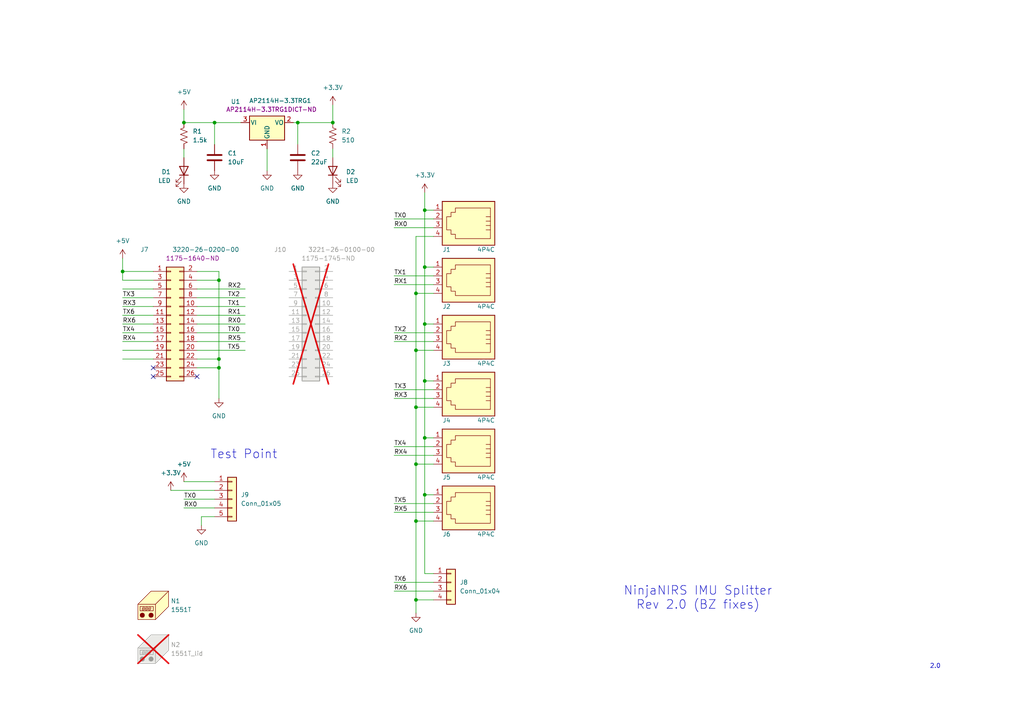
<source format=kicad_sch>
(kicad_sch (version 20231120) (generator "eeschema") (generator_version "8.0")
  (paper "A4")
  (lib_symbols
    (symbol "Connector:4P4C" (pin_names (offset 1.016))
      (property "Reference" "J" (at -5.08 8.89 0))
      (property "Value" "4P4C" (at 2.54 8.89 0))
      (symbol "4P4C_0_1"
        (polyline (pts (xy -6.35 -0.635) (xy -5.08 -0.635) (xy -5.08 -0.635)))
        (polyline (pts (xy -6.35 0.635) (xy -5.08 0.635) (xy -5.08 0.635)))
        (polyline (pts (xy -6.35 1.905) (xy -5.08 1.905) (xy -5.08 1.905)))
        (polyline (pts (xy -6.35 3.175) (xy -5.08 3.175) (xy -5.08 3.175)))
        (polyline (pts (xy -6.35 -3.175) (xy -6.35 5.715) (xy -1.27 5.715) (xy 3.81 5.715) (xy 3.81 4.445) (xy 5.08 4.445) (xy 5.08 3.175) (xy 6.35 3.175) (xy 6.35 -0.635) (xy 5.08 -0.635) (xy 5.08 -1.905) (xy 3.81 -1.905) (xy 3.81 -3.175) (xy -6.35 -3.175) (xy -6.35 -3.175)))
        (rectangle (start 7.62 7.62) (end -7.62 -5.08) (stroke (width 0.254)) (fill (type background)))
      )
      (symbol "4P4C_1_1"
        (pin passive line (at 10.16 -2.54 180) (length 2.54) (name "~") (number "1"))
        (pin passive line (at 10.16 0 180) (length 2.54) (name "~") (number "2"))
        (pin passive line (at 10.16 2.54 180) (length 2.54) (name "~") (number "3"))
        (pin passive line (at 10.16 5.08 180) (length 2.54) (name "~") (number "4"))
      )
    )
    (symbol "Connector_Generic:Conn_01x04" (pin_names (offset 1.016) hide)
      (property "Reference" "J" (at 0 5.08 0))
      (property "Value" "Conn_01x04" (at 0 -7.62 0))
      (symbol "Conn_01x04_1_1"
        (rectangle (start -1.27 -4.953) (end 0 -5.207) (stroke (width 0.1524)))
        (rectangle (start -1.27 -2.413) (end 0 -2.667) (stroke (width 0.1524)))
        (rectangle (start -1.27 0.127) (end 0 -0.127) (stroke (width 0.1524)))
        (rectangle (start -1.27 2.667) (end 0 2.413) (stroke (width 0.1524)))
        (rectangle (start -1.27 3.81) (end 1.27 -6.35) (stroke (width 0.254)) (fill (type background)))
        (pin passive line (at -5.08 2.54 0) (length 3.81) (name "Pin_1") (number "1"))
        (pin passive line (at -5.08 0 0) (length 3.81) (name "Pin_2") (number "2"))
        (pin passive line (at -5.08 -2.54 0) (length 3.81) (name "Pin_3") (number "3"))
        (pin passive line (at -5.08 -5.08 0) (length 3.81) (name "Pin_4") (number "4"))
      )
    )
    (symbol "Connector_Generic:Conn_01x05" (pin_names (offset 1.016) hide)
      (property "Reference" "J" (at 0 7.62 0))
      (property "Value" "Conn_01x05" (at 0 -7.62 0))
      (symbol "Conn_01x05_1_1"
        (rectangle (start -1.27 -4.953) (end 0 -5.207) (stroke (width 0.1524)))
        (rectangle (start -1.27 -2.413) (end 0 -2.667) (stroke (width 0.1524)))
        (rectangle (start -1.27 0.127) (end 0 -0.127) (stroke (width 0.1524)))
        (rectangle (start -1.27 2.667) (end 0 2.413) (stroke (width 0.1524)))
        (rectangle (start -1.27 5.207) (end 0 4.953) (stroke (width 0.1524)))
        (rectangle (start -1.27 6.35) (end 1.27 -6.35) (stroke (width 0.254)) (fill (type background)))
        (pin passive line (at -5.08 5.08 0) (length 3.81) (name "Pin_1") (number "1"))
        (pin passive line (at -5.08 2.54 0) (length 3.81) (name "Pin_2") (number "2"))
        (pin passive line (at -5.08 0 0) (length 3.81) (name "Pin_3") (number "3"))
        (pin passive line (at -5.08 -2.54 0) (length 3.81) (name "Pin_4") (number "4"))
        (pin passive line (at -5.08 -5.08 0) (length 3.81) (name "Pin_5") (number "5"))
      )
    )
    (symbol "Connector_Generic:Conn_02x13_Odd_Even" (pin_names (offset 1.016) hide)
      (property "Reference" "J" (at 1.27 17.78 0))
      (property "Value" "Conn_02x13_Odd_Even" (at 1.27 -17.78 0))
      (symbol "Conn_02x13_Odd_Even_1_1"
        (rectangle (start -1.27 -15.113) (end 0 -15.367) (stroke (width 0.1524)))
        (rectangle (start -1.27 -12.573) (end 0 -12.827) (stroke (width 0.1524)))
        (rectangle (start -1.27 -10.033) (end 0 -10.287) (stroke (width 0.1524)))
        (rectangle (start -1.27 -7.493) (end 0 -7.747) (stroke (width 0.1524)))
        (rectangle (start -1.27 -4.953) (end 0 -5.207) (stroke (width 0.1524)))
        (rectangle (start -1.27 -2.413) (end 0 -2.667) (stroke (width 0.1524)))
        (rectangle (start -1.27 0.127) (end 0 -0.127) (stroke (width 0.1524)))
        (rectangle (start -1.27 2.667) (end 0 2.413) (stroke (width 0.1524)))
        (rectangle (start -1.27 5.207) (end 0 4.953) (stroke (width 0.1524)))
        (rectangle (start -1.27 7.747) (end 0 7.493) (stroke (width 0.1524)))
        (rectangle (start -1.27 10.287) (end 0 10.033) (stroke (width 0.1524)))
        (rectangle (start -1.27 12.827) (end 0 12.573) (stroke (width 0.1524)))
        (rectangle (start -1.27 15.367) (end 0 15.113) (stroke (width 0.1524)))
        (rectangle (start -1.27 16.51) (end 3.81 -16.51) (stroke (width 0.254)) (fill (type background)))
        (rectangle (start 3.81 -15.113) (end 2.54 -15.367) (stroke (width 0.1524)))
        (rectangle (start 3.81 -12.573) (end 2.54 -12.827) (stroke (width 0.1524)))
        (rectangle (start 3.81 -10.033) (end 2.54 -10.287) (stroke (width 0.1524)))
        (rectangle (start 3.81 -7.493) (end 2.54 -7.747) (stroke (width 0.1524)))
        (rectangle (start 3.81 -4.953) (end 2.54 -5.207) (stroke (width 0.1524)))
        (rectangle (start 3.81 -2.413) (end 2.54 -2.667) (stroke (width 0.1524)))
        (rectangle (start 3.81 0.127) (end 2.54 -0.127) (stroke (width 0.1524)))
        (rectangle (start 3.81 2.667) (end 2.54 2.413) (stroke (width 0.1524)))
        (rectangle (start 3.81 5.207) (end 2.54 4.953) (stroke (width 0.1524)))
        (rectangle (start 3.81 7.747) (end 2.54 7.493) (stroke (width 0.1524)))
        (rectangle (start 3.81 10.287) (end 2.54 10.033) (stroke (width 0.1524)))
        (rectangle (start 3.81 12.827) (end 2.54 12.573) (stroke (width 0.1524)))
        (rectangle (start 3.81 15.367) (end 2.54 15.113) (stroke (width 0.1524)))
        (pin passive line (at -5.08 15.24 0) (length 3.81) (name "Pin_1") (number "1"))
        (pin passive line (at 7.62 5.08 180) (length 3.81) (name "Pin_10") (number "10"))
        (pin passive line (at -5.08 2.54 0) (length 3.81) (name "Pin_11") (number "11"))
        (pin passive line (at 7.62 2.54 180) (length 3.81) (name "Pin_12") (number "12"))
        (pin passive line (at -5.08 0 0) (length 3.81) (name "Pin_13") (number "13"))
        (pin passive line (at 7.62 0 180) (length 3.81) (name "Pin_14") (number "14"))
        (pin passive line (at -5.08 -2.54 0) (length 3.81) (name "Pin_15") (number "15"))
        (pin passive line (at 7.62 -2.54 180) (length 3.81) (name "Pin_16") (number "16"))
        (pin passive line (at -5.08 -5.08 0) (length 3.81) (name "Pin_17") (number "17"))
        (pin passive line (at 7.62 -5.08 180) (length 3.81) (name "Pin_18") (number "18"))
        (pin passive line (at -5.08 -7.62 0) (length 3.81) (name "Pin_19") (number "19"))
        (pin passive line (at 7.62 15.24 180) (length 3.81) (name "Pin_2") (number "2"))
        (pin passive line (at 7.62 -7.62 180) (length 3.81) (name "Pin_20") (number "20"))
        (pin passive line (at -5.08 -10.16 0) (length 3.81) (name "Pin_21") (number "21"))
        (pin passive line (at 7.62 -10.16 180) (length 3.81) (name "Pin_22") (number "22"))
        (pin passive line (at -5.08 -12.7 0) (length 3.81) (name "Pin_23") (number "23"))
        (pin passive line (at 7.62 -12.7 180) (length 3.81) (name "Pin_24") (number "24"))
        (pin passive line (at -5.08 -15.24 0) (length 3.81) (name "Pin_25") (number "25"))
        (pin passive line (at 7.62 -15.24 180) (length 3.81) (name "Pin_26") (number "26"))
        (pin passive line (at -5.08 12.7 0) (length 3.81) (name "Pin_3") (number "3"))
        (pin passive line (at 7.62 12.7 180) (length 3.81) (name "Pin_4") (number "4"))
        (pin passive line (at -5.08 10.16 0) (length 3.81) (name "Pin_5") (number "5"))
        (pin passive line (at 7.62 10.16 180) (length 3.81) (name "Pin_6") (number "6"))
        (pin passive line (at -5.08 7.62 0) (length 3.81) (name "Pin_7") (number "7"))
        (pin passive line (at 7.62 7.62 180) (length 3.81) (name "Pin_8") (number "8"))
        (pin passive line (at -5.08 5.08 0) (length 3.81) (name "Pin_9") (number "9"))
      )
    )
    (symbol "Device:C" (pin_numbers hide) (pin_names (offset 0.254))
      (property "Reference" "C" (at 0.635 2.54 0))
      (property "Value" "C" (at 0.635 -2.54 0))
      (symbol "C_0_1"
        (polyline (pts (xy -2.032 -0.762) (xy 2.032 -0.762)) (stroke (width 0.508)))
        (polyline (pts (xy -2.032 0.762) (xy 2.032 0.762)) (stroke (width 0.508)))
      )
      (symbol "C_1_1"
        (pin passive line (at 0 3.81 270) (length 2.794) (name "~") (number "1"))
        (pin passive line (at 0 -3.81 90) (length 2.794) (name "~") (number "2"))
      )
    )
    (symbol "Device:LED" (pin_numbers hide) (pin_names (offset 1.016) hide)
      (property "Reference" "D" (at 0 2.54 0))
      (property "Value" "LED" (at 0 -2.54 0))
      (symbol "LED_0_1"
        (polyline (pts (xy -1.27 -1.27) (xy -1.27 1.27)) (stroke (width 0.254)))
        (polyline (pts (xy -1.27 0) (xy 1.27 0)))
        (polyline (pts (xy 1.27 -1.27) (xy 1.27 1.27) (xy -1.27 0) (xy 1.27 -1.27)) (stroke (width 0.254)))
        (polyline (pts (xy -3.048 -0.762) (xy -4.572 -2.286) (xy -3.81 -2.286) (xy -4.572 -2.286) (xy -4.572 -1.524)))
        (polyline (pts (xy -1.778 -0.762) (xy -3.302 -2.286) (xy -2.54 -2.286) (xy -3.302 -2.286) (xy -3.302 -1.524)))
      )
      (symbol "LED_1_1"
        (pin passive line (at -3.81 0 0) (length 2.54) (name "K") (number "1"))
        (pin passive line (at 3.81 0 180) (length 2.54) (name "A") (number "2"))
      )
    )
    (symbol "Device:R_US" (pin_numbers hide) (pin_names (offset 0))
      (property "Reference" "R" (at 2.54 0 90))
      (property "Value" "R_US" (at -2.54 0 90))
      (symbol "R_US_0_1"
        (polyline (pts (xy 0 -2.286) (xy 0 -2.54)))
        (polyline (pts (xy 0 2.286) (xy 0 2.54)))
        (polyline (pts (xy 0 -0.762) (xy 1.016 -1.143) (xy 0 -1.524) (xy -1.016 -1.905) (xy 0 -2.286)))
        (polyline (pts (xy 0 0.762) (xy 1.016 0.381) (xy 0 0) (xy -1.016 -0.381) (xy 0 -0.762)))
        (polyline (pts (xy 0 2.286) (xy 1.016 1.905) (xy 0 1.524) (xy -1.016 1.143) (xy 0 0.762)))
      )
      (symbol "R_US_1_1"
        (pin passive line (at 0 3.81 270) (length 1.27) (name "~") (number "1"))
        (pin passive line (at 0 -3.81 90) (length 1.27) (name "~") (number "2"))
      )
    )
    (symbol "Mechanical:Housing" (pin_names (offset 1.016)) (exclude_from_sim yes)
      (property "Reference" "N" (at 3.81 0 0))
      (property "Value" "Housing" (at 3.81 -1.905 0))
      (symbol "Housing_0_1"
        (rectangle (start -5.08 -0.635) (end -1.27 -1.905))
        (circle (center -4.445 -3.175) (radius 0.635) (fill (type outline)))
        (circle (center -1.905 -3.175) (radius 0.635) (fill (type outline)))
        (polyline (pts (xy -4.5212 -1.5748) (xy -4.4704 -1.3716)))
        (polyline (pts (xy -4.4196 -1.6764) (xy -4.064 -1.6764)))
        (polyline (pts (xy -4.4196 -1.2192) (xy -4.3688 -0.9652)))
        (polyline (pts (xy -4.318 -1.3208) (xy -4.0132 -1.3208)))
        (polyline (pts (xy -4.2164 -0.9144) (xy -3.9116 -0.9144)))
        (polyline (pts (xy -3.9116 -1.6256) (xy -3.8608 -1.3716)))
        (polyline (pts (xy -3.81 -1.2192) (xy -3.7592 -0.9652)))
        (polyline (pts (xy -3.6068 -1.5748) (xy -3.556 -1.3716)))
        (polyline (pts (xy -3.5052 -1.6764) (xy -3.1496 -1.6764)))
        (polyline (pts (xy -3.5052 -1.2192) (xy -3.4544 -0.9652)))
        (polyline (pts (xy -3.4036 -1.3208) (xy -3.0988 -1.3208)))
        (polyline (pts (xy -3.302 -0.9144) (xy -2.9972 -0.9144)))
        (polyline (pts (xy -2.9972 -1.6256) (xy -2.9464 -1.3716)))
        (polyline (pts (xy -2.8956 -1.2192) (xy -2.8448 -0.9652)))
        (polyline (pts (xy -2.6924 -1.5748) (xy -2.6416 -1.3716)))
        (polyline (pts (xy -2.5908 -1.6764) (xy -2.2352 -1.6764)))
        (polyline (pts (xy -2.5908 -1.2192) (xy -2.54 -0.9652)))
        (polyline (pts (xy -2.4892 -1.3208) (xy -2.1844 -1.3208)))
        (polyline (pts (xy -2.3876 -0.9144) (xy -2.0828 -0.9144)))
        (polyline (pts (xy -2.0828 -1.6256) (xy -2.032 -1.3716)))
        (polyline (pts (xy -1.9812 -1.2192) (xy -1.9304 -0.9652)))
        (polyline (pts (xy -0.635 0) (xy -0.635 -4.445)))
        (polyline (pts (xy -5.715 0) (xy -0.635 0) (xy 3.175 3.81)))
        (polyline (pts (xy -5.715 0) (xy -5.715 -4.445) (xy -0.635 -4.445) (xy 3.175 -0.635) (xy 3.175 3.81) (xy -1.905 3.81) (xy -5.715 0)) (fill (type background)))
      )
    )
    (symbol "Regulator_Linear:AZ1117-3.3" (pin_names (offset 0.254))
      (property "Reference" "U" (at -3.81 3.175 0))
      (property "Value" "AZ1117-3.3" (at 0 3.175 0))
      (symbol "AZ1117-3.3_0_1"
        (rectangle (start -5.08 1.905) (end 5.08 -5.08) (stroke (width 0.254)) (fill (type background)))
      )
      (symbol "AZ1117-3.3_1_1"
        (pin power_in line (at 0 -7.62 90) (length 2.54) (name "GND") (number "1"))
        (pin power_out line (at 7.62 0 180) (length 2.54) (name "VO") (number "2"))
        (pin power_in line (at -7.62 0 0) (length 2.54) (name "VI") (number "3"))
      )
    )
    (symbol "power:+3.3V" (power) (pin_names (offset 0))
      (property "Value" "+3.3V" (at 0 3.556 0))
      (symbol "+3.3V_0_1"
        (polyline (pts (xy -0.762 1.27) (xy 0 2.54)))
        (polyline (pts (xy 0 0) (xy 0 2.54)))
        (polyline (pts (xy 0 2.54) (xy 0.762 1.27)))
      )
      (symbol "+3.3V_1_1"
        (pin power_in line (at 0 0 90) (length 0) hide (name "+3.3V") (number "1"))
      )
    )
    (symbol "power:+5V" (power) (pin_names (offset 0))
      (property "Value" "+5V" (at 0 3.556 0))
      (symbol "+5V_0_1"
        (polyline (pts (xy -0.762 1.27) (xy 0 2.54)))
        (polyline (pts (xy 0 0) (xy 0 2.54)))
        (polyline (pts (xy 0 2.54) (xy 0.762 1.27)))
      )
      (symbol "+5V_1_1"
        (pin power_in line (at 0 0 90) (length 0) hide (name "+5V") (number "1"))
      )
    )
    (symbol "power:GND" (power) (pin_names (offset 0))
      (property "Value" "GND" (at 0 -3.81 0))
      (symbol "GND_0_1"
        (polyline (pts (xy 0 0) (xy 0 -1.27) (xy 1.27 -1.27) (xy 0 -2.54) (xy -1.27 -1.27) (xy 0 -1.27)))
      )
      (symbol "GND_1_1"
        (pin power_in line (at 0 0 270) (length 0) hide (name "GND") (number "1"))
      )
    )
  )
  (junction (at 63.5 104.14))
  (junction (at 96.52 35.56))
  (junction (at 120.65 118.11))
  (junction (at 123.19 93.98))
  (junction (at 120.65 101.6))
  (junction (at 123.19 60.96))
  (junction (at 86.36 35.56))
  (junction (at 123.19 127))
  (junction (at 120.65 173.99))
  (junction (at 62.23 35.56))
  (junction (at 120.65 134.62))
  (junction (at 123.19 143.51))
  (junction (at 35.56 78.74))
  (junction (at 63.5 81.28))
  (junction (at 120.65 85.09))
  (junction (at 123.19 77.47))
  (junction (at 63.5 106.68))
  (junction (at 123.19 110.49))
  (junction (at 53.34 35.56))
  (junction (at 120.65 151.13))
  (no_connect (at 44.45 106.68))
  (no_connect (at 44.45 109.22))
  (no_connect (at 57.15 109.22))
  (wire (pts (xy 114.3 96.52) (xy 125.73 96.52)))
  (wire (pts (xy 35.56 78.74) (xy 44.45 78.74)))
  (wire (pts (xy 53.34 147.32) (xy 62.23 147.32)))
  (wire (pts (xy 62.23 35.56) (xy 69.85 35.56)))
  (wire (pts (xy 114.3 80.01) (xy 125.73 80.01)))
  (wire (pts (xy 114.3 148.59) (xy 125.73 148.59)))
  (wire (pts (xy 57.15 99.06) (xy 71.12 99.06)))
  (wire (pts (xy 35.56 88.9) (xy 44.45 88.9)))
  (wire (pts (xy 120.65 134.62) (xy 125.73 134.62)))
  (wire (pts (xy 114.3 63.5) (xy 125.73 63.5)))
  (wire (pts (xy 120.65 173.99) (xy 120.65 177.8)))
  (wire (pts (xy 86.36 35.56) (xy 86.36 41.91)))
  (wire (pts (xy 53.34 31.75) (xy 53.34 35.56)))
  (wire (pts (xy 120.65 151.13) (xy 125.73 151.13)))
  (wire (pts (xy 123.19 77.47) (xy 125.73 77.47)))
  (wire (pts (xy 62.23 41.91) (xy 62.23 35.56)))
  (wire (pts (xy 114.3 132.08) (xy 125.73 132.08)))
  (wire (pts (xy 120.65 134.62) (xy 120.65 118.11)))
  (wire (pts (xy 120.65 118.11) (xy 120.65 101.6)))
  (wire (pts (xy 123.19 143.51) (xy 125.73 143.51)))
  (wire (pts (xy 85.09 35.56) (xy 86.36 35.56)))
  (wire (pts (xy 63.5 78.74) (xy 63.5 81.28)))
  (wire (pts (xy 35.56 93.98) (xy 44.45 93.98)))
  (wire (pts (xy 57.15 106.68) (xy 63.5 106.68)))
  (wire (pts (xy 123.19 127) (xy 123.19 143.51)))
  (wire (pts (xy 123.19 166.37) (xy 125.73 166.37)))
  (wire (pts (xy 123.19 55.88) (xy 123.19 60.96)))
  (wire (pts (xy 114.3 113.03) (xy 125.73 113.03)))
  (wire (pts (xy 57.15 101.6) (xy 71.12 101.6)))
  (wire (pts (xy 123.19 93.98) (xy 125.73 93.98)))
  (wire (pts (xy 63.5 81.28) (xy 63.5 104.14)))
  (wire (pts (xy 120.65 68.58) (xy 125.73 68.58)))
  (wire (pts (xy 120.65 151.13) (xy 120.65 134.62)))
  (wire (pts (xy 57.15 86.36) (xy 71.12 86.36)))
  (wire (pts (xy 53.34 35.56) (xy 62.23 35.56)))
  (wire (pts (xy 35.56 78.74) (xy 35.56 81.28)))
  (wire (pts (xy 63.5 104.14) (xy 63.5 106.68)))
  (wire (pts (xy 123.19 110.49) (xy 125.73 110.49)))
  (wire (pts (xy 123.19 143.51) (xy 123.19 166.37)))
  (wire (pts (xy 114.3 171.45) (xy 125.73 171.45)))
  (wire (pts (xy 77.47 49.53) (xy 77.47 43.18)))
  (wire (pts (xy 120.65 85.09) (xy 125.73 85.09)))
  (wire (pts (xy 44.45 81.28) (xy 35.56 81.28)))
  (wire (pts (xy 35.56 101.6) (xy 44.45 101.6)))
  (wire (pts (xy 123.19 60.96) (xy 123.19 77.47)))
  (wire (pts (xy 58.42 152.4) (xy 58.42 149.86)))
  (wire (pts (xy 125.73 60.96) (xy 123.19 60.96)))
  (wire (pts (xy 123.19 127) (xy 125.73 127)))
  (wire (pts (xy 114.3 82.55) (xy 125.73 82.55)))
  (wire (pts (xy 125.73 173.99) (xy 120.65 173.99)))
  (wire (pts (xy 57.15 93.98) (xy 71.12 93.98)))
  (wire (pts (xy 35.56 99.06) (xy 44.45 99.06)))
  (wire (pts (xy 96.52 43.18) (xy 96.52 45.72)))
  (wire (pts (xy 53.34 139.7) (xy 62.23 139.7)))
  (wire (pts (xy 49.53 142.24) (xy 62.23 142.24)))
  (wire (pts (xy 96.52 30.48) (xy 96.52 35.56)))
  (wire (pts (xy 57.15 91.44) (xy 71.12 91.44)))
  (wire (pts (xy 123.19 110.49) (xy 123.19 127)))
  (wire (pts (xy 120.65 101.6) (xy 125.73 101.6)))
  (wire (pts (xy 86.36 35.56) (xy 96.52 35.56)))
  (wire (pts (xy 123.19 77.47) (xy 123.19 93.98)))
  (wire (pts (xy 35.56 91.44) (xy 44.45 91.44)))
  (wire (pts (xy 123.19 93.98) (xy 123.19 110.49)))
  (wire (pts (xy 114.3 129.54) (xy 125.73 129.54)))
  (wire (pts (xy 114.3 146.05) (xy 125.73 146.05)))
  (wire (pts (xy 57.15 96.52) (xy 71.12 96.52)))
  (wire (pts (xy 35.56 96.52) (xy 44.45 96.52)))
  (wire (pts (xy 53.34 144.78) (xy 62.23 144.78)))
  (wire (pts (xy 120.65 118.11) (xy 125.73 118.11)))
  (wire (pts (xy 35.56 104.14) (xy 44.45 104.14)))
  (wire (pts (xy 63.5 106.68) (xy 63.5 115.57)))
  (wire (pts (xy 57.15 104.14) (xy 63.5 104.14)))
  (wire (pts (xy 114.3 168.91) (xy 125.73 168.91)))
  (wire (pts (xy 57.15 83.82) (xy 71.12 83.82)))
  (wire (pts (xy 114.3 99.06) (xy 125.73 99.06)))
  (wire (pts (xy 114.3 115.57) (xy 125.73 115.57)))
  (wire (pts (xy 35.56 74.93) (xy 35.56 78.74)))
  (wire (pts (xy 35.56 83.82) (xy 44.45 83.82)))
  (wire (pts (xy 57.15 81.28) (xy 63.5 81.28)))
  (wire (pts (xy 114.3 66.04) (xy 125.73 66.04)))
  (wire (pts (xy 120.65 85.09) (xy 120.65 68.58)))
  (wire (pts (xy 57.15 78.74) (xy 63.5 78.74)))
  (wire (pts (xy 120.65 173.99) (xy 120.65 151.13)))
  (wire (pts (xy 58.42 149.86) (xy 62.23 149.86)))
  (wire (pts (xy 53.34 43.18) (xy 53.34 45.72)))
  (wire (pts (xy 35.56 86.36) (xy 44.45 86.36)))
  (wire (pts (xy 57.15 88.9) (xy 71.12 88.9)))
  (wire (pts (xy 120.65 101.6) (xy 120.65 85.09)))
  (text "2.0" (at 271.272 193.294 0) (effects (font (size 1.27 1.27))))
  (text "Test Point" (at 60.96 133.35 0) (effects (font (size 2.54 2.54)) (justify left bottom)))
  (text "NinjaNIRS IMU Splitter\nRev 2.0 (BZ fixes)" (at 202.438 173.482 0) (effects (font (size 2.54 2.54))))
  (label "TX2" (at 66.04 86.36 0))
  (label "TX0" (at 114.3 63.5 0))
  (label "TX5" (at 114.3 146.05 0))
  (label "RX6" (at 35.56 93.98 0))
  (label "TX1" (at 114.3 80.01 0))
  (label "TX1" (at 66.04 88.9 0))
  (label "TX2" (at 114.3 96.52 0))
  (label "TX5" (at 66.04 101.6 0))
  (label "TX3" (at 35.56 86.36 0))
  (label "TX4" (at 35.56 96.52 0))
  (label "TX6" (at 114.3 168.91 0))
  (label "RX4" (at 114.3 132.08 0))
  (label "RX3" (at 35.56 88.9 0))
  (label "RX0" (at 53.34 147.32 0))
  (label "TX0" (at 66.04 96.52 0))
  (label "RX5" (at 66.04 99.06 0))
  (label "TX3" (at 114.3 113.03 0))
  (label "RX3" (at 114.3 115.57 0))
  (label "RX0" (at 66.04 93.98 0))
  (label "RX1" (at 66.04 91.44 0))
  (label "RX5" (at 114.3 148.59 0))
  (label "TX4" (at 114.3 129.54 0))
  (label "RX2" (at 66.04 83.82 0))
  (label "RX2" (at 114.3 99.06 0))
  (label "TX6" (at 35.56 91.44 0))
  (label "RX1" (at 114.3 82.55 0))
  (label "RX6" (at 114.3 171.45 0))
  (label "RX0" (at 114.3 66.04 0))
  (label "TX0" (at 53.34 144.78 0))
  (label "RX4" (at 35.56 99.06 0))
  (symbol (lib_id "Connector:4P4C") (at 135.89 80.01 180) (unit 1)
    (property "Reference" "J2" (at 129.54 88.9 0))
    (property "Value" "4P4C" (at 140.97 88.9 0))
    (property "Footprint" "my_RJ:A-2004-3-4-LP" (effects (hide yes)))
    (property "CatNo" "AE10381-ND" (effects (hide yes)))
    (property "MfgNo" "A-2004-3-4-LP-N-R" (effects (hide yes)))
  )
  (symbol (lib_id "power:GND") (at 120.65 177.8 0) (unit 1)
    (property "Reference" "#PWR09" (effects (hide yes)))
    (property "Value" "GND" (at 120.65 182.88 0))
  )
  (symbol (lib_id "power:+3.3V") (at 123.19 55.88 0) (unit 1)
    (property "Reference" "#PWR08" (effects (hide yes)))
    (property "Value" "+3.3V" (at 123.19 50.8 0))
  )
  (symbol (lib_id "power:GND") (at 53.34 53.34 0) (mirror y) (unit 1)
    (property "Reference" "#PWR013" (effects (hide yes)))
    (property "Value" "GND" (at 53.34 58.42 0))
  )
  (symbol (lib_id "power:GND") (at 63.5 115.57 0) (unit 1)
    (property "Reference" "#PWR07" (effects (hide yes)))
    (property "Value" "GND" (at 63.5 120.65 0))
  )
  (symbol (lib_id "Device:C") (at 62.23 45.72 0) (unit 1)
    (property "Reference" "C1" (at 66.04 44.45 0) (effects (justify left)))
    (property "Value" "10uF" (at 66.04 46.99 0) (effects (justify left)))
    (property "Footprint" "Capacitor_SMD:C_0805_2012Metric_Pad1.18x1.45mm_HandSolder" (effects (hide yes)))
    (property "CatNo" "1276-1096-1-ND" (effects (hide yes)))
    (property "MfgNo" "CL21A106KOQNNNE" (effects (hide yes)))
  )
  (symbol (lib_id "Device:LED") (at 53.34 49.53 270) (mirror x) (unit 1)
    (property "Reference" "D1" (at 49.53 49.8475 90) (effects (justify right)))
    (property "Value" "LED" (at 49.53 52.3875 90) (effects (justify right)))
    (property "Footprint" "LED_SMD:LED_0805_2012Metric_Pad1.15x1.40mm_HandSolder" (effects (hide yes)))
    (property "CatNo" "350-5973006607FCT-ND" (effects (hide yes)))
    (property "MfgNo" "5973006607F" (effects (hide yes)))
  )
  (symbol (lib_id "Device:R_US") (at 53.34 39.37 0) (mirror y) (unit 1)
    (property "Reference" "R1" (at 55.88 38.1 0) (effects (justify right)))
    (property "Value" "1.5k" (at 55.88 40.64 0) (effects (justify right)))
    (property "Footprint" "Resistor_SMD:R_0805_2012Metric_Pad1.20x1.40mm_HandSolder" (effects (hide yes)))
    (property "MfgNo" "RC0805FR-071K5L" (effects (hide yes)))
    (property "CatNo" "311-1.50KCRCT-ND" (effects (hide yes)))
  )
  (symbol (lib_id "Connector:4P4C") (at 135.89 96.52 180) (unit 1)
    (property "Reference" "J3" (at 129.54 105.41 0))
    (property "Value" "4P4C" (at 140.97 105.41 0))
    (property "Footprint" "my_RJ:A-2004-3-4-LP" (effects (hide yes)))
    (property "CatNo" "AE10381-ND" (effects (hide yes)))
    (property "MfgNo" "A-2004-3-4-LP-N-R" (effects (hide yes)))
  )
  (symbol (lib_id "Connector_Generic:Conn_01x05") (at 67.31 144.78 0) (unit 1)
    (property "Reference" "J9" (at 69.85 143.51 0) (effects (justify left)))
    (property "Value" "Conn_01x05" (at 69.85 146.05 0) (effects (justify left)))
    (property "Footprint" "Connector_PinHeader_2.54mm:PinHeader_1x05_P2.54mm_Vertical" (effects (hide yes)))
    (property "MfgNo" "68000-105HLF" (effects (hide yes)))
    (property "CatNo" "609-3462-ND" (effects (hide yes)))
  )
  (symbol (lib_id "power:+5V") (at 35.56 74.93 0) (unit 1)
    (property "Reference" "#PWR06" (effects (hide yes)))
    (property "Value" "+5V" (at 35.56 69.85 0))
  )
  (symbol (lib_id "Connector_Generic:Conn_02x13_Odd_Even") (at 49.53 93.98 0) (unit 1)
    (property "Reference" "J7" (at 41.91 72.39 0))
    (property "Value" "3220-26-0200-00" (at 59.69 72.39 0))
    (property "Footprint" "models:SAMTEC_SHF-113-01-L-D-RA" (effects (hide yes)))
    (property "CatNo" "1175-1640-ND" (at 55.88 74.93 0))
    (property "MfgNo" "3220-26-0200-00" (effects (hide yes)))
  )
  (symbol (lib_id "Connector:4P4C") (at 135.89 146.05 180) (unit 1)
    (property "Reference" "J6" (at 129.54 154.94 0))
    (property "Value" "4P4C" (at 140.97 154.94 0))
    (property "Footprint" "my_RJ:A-2004-3-4-LP" (effects (hide yes)))
    (property "CatNo" "AE10381-ND" (effects (hide yes)))
    (property "MfgNo" "A-2004-3-4-LP-N-R" (effects (hide yes)))
  )
  (symbol (lib_id "Connector_Generic:Conn_01x04") (at 130.81 168.91 0) (unit 1)
    (property "Reference" "J8" (at 133.35 168.91 0) (effects (justify left)))
    (property "Value" "Conn_01x04" (at 133.35 171.45 0) (effects (justify left)))
    (property "Footprint" "Connector_PinHeader_1.27mm:PinHeader_1x04_P1.27mm_Vertical" (effects (hide yes)))
    (property "MfgNo" "TMS-104-01-G-S" (effects (hide yes)))
    (property "CatNo" "SAM10242-ND" (effects (hide yes)))
  )
  (symbol (lib_id "power:+3.3V") (at 96.52 30.48 0) (unit 1)
    (property "Reference" "#PWR05" (effects (hide yes)))
    (property "Value" "+3.3V" (at 96.52 25.4 0))
  )
  (symbol (lib_id "Connector_Generic:Conn_02x13_Odd_Even") (at 88.9 93.98 0) (unit 1) (on_board no) (dnp yes)
    (property "Reference" "J10" (at 81.28 72.39 0))
    (property "Value" "3221-26-0100-00" (at 99.06 72.39 0))
    (property "Footprint" "models:SAMTEC_SHF-113-01-L-D-RA" (effects (hide yes)))
    (property "CatNo" "1175-1745-ND" (at 95.25 74.93 0))
    (property "MfgNo" "3221-26-0100-00" (effects (hide yes)))
  )
  (symbol (lib_id "power:+5V") (at 53.34 139.7 0) (unit 1)
    (property "Reference" "#PWR011" (effects (hide yes)))
    (property "Value" "+5V" (at 53.34 134.62 0))
  )
  (symbol (lib_id "Device:C") (at 86.36 45.72 0) (unit 1)
    (property "Reference" "C2" (at 90.17 44.45 0) (effects (justify left)))
    (property "Value" "22uF" (at 90.17 46.99 0) (effects (justify left)))
    (property "Footprint" "Capacitor_SMD:C_0805_2012Metric_Pad1.18x1.45mm_HandSolder" (effects (hide yes)))
    (property "CatNo" "1276-6526-1-ND" (effects (hide yes)))
    (property "MfgNo" "CL21A226KOQNNNE" (effects (hide yes)))
  )
  (symbol (lib_id "Connector:4P4C") (at 135.89 63.5 180) (unit 1)
    (property "Reference" "J1" (at 129.54 72.39 0))
    (property "Value" "4P4C" (at 140.97 72.39 0))
    (property "Footprint" "my_RJ:A-2004-3-4-LP" (effects (hide yes)))
    (property "CatNo" "AE10381-ND" (effects (hide yes)))
    (property "MfgNo" "A-2004-3-4-LP-N-R" (effects (hide yes)))
  )
  (symbol (lib_id "power:+5V") (at 53.34 31.75 0) (unit 1)
    (property "Reference" "#PWR04" (effects (hide yes)))
    (property "Value" "+5V" (at 53.34 26.67 0))
  )
  (symbol (lib_id "Mechanical:Housing") (at 45.72 175.26 0) (unit 1) (exclude_from_sim yes)
    (property "Reference" "N1" (at 49.53 174.3074 0) (effects (justify left)))
    (property "Value" "1551T" (at 49.53 176.8474 0) (effects (justify left)))
    (property "Footprint" "models:1551T" (effects (hide yes)))
    (property "Description" "Housing" (effects (hide yes)))
    (property "CatNo" "164-1551TGY-ND" (effects (hide yes)))
    (property "MfgNo" "1551TGY" (effects (hide yes)))
  )
  (symbol (lib_id "power:GND") (at 62.23 49.53 0) (unit 1)
    (property "Reference" "#PWR01" (effects (hide yes)))
    (property "Value" "GND" (at 62.23 54.61 0))
  )
  (symbol (lib_id "Connector:4P4C") (at 135.89 113.03 180) (unit 1)
    (property "Reference" "J4" (at 129.54 121.92 0))
    (property "Value" "4P4C" (at 140.97 121.92 0))
    (property "Footprint" "my_RJ:A-2004-3-4-LP" (effects (hide yes)))
    (property "CatNo" "AE10381-ND" (effects (hide yes)))
    (property "MfgNo" "A-2004-3-4-LP-N-R" (effects (hide yes)))
  )
  (symbol (lib_id "Device:R_US") (at 96.52 39.37 0) (unit 1)
    (property "Reference" "R2" (at 99.06 38.1 0) (effects (justify left)))
    (property "Value" "510" (at 99.06 40.64 0) (effects (justify left)))
    (property "Footprint" "Capacitor_SMD:C_0805_2012Metric_Pad1.18x1.45mm_HandSolder" (effects (hide yes)))
    (property "MfgNo" "RC0805FR-07510RL" (effects (hide yes)))
    (property "CatNo" "311-510CRCT-ND" (effects (hide yes)))
  )
  (symbol (lib_id "power:GND") (at 77.47 49.53 0) (unit 1)
    (property "Reference" "#PWR03" (effects (hide yes)))
    (property "Value" "GND" (at 77.47 54.61 0))
  )
  (symbol (lib_id "power:GND") (at 86.36 49.53 0) (unit 1)
    (property "Reference" "#PWR02" (effects (hide yes)))
    (property "Value" "GND" (at 86.36 54.61 0))
  )
  (symbol (lib_id "Mechanical:Housing") (at 45.72 187.96 0) (unit 1) (exclude_from_sim yes) (in_bom no) (on_board no) (dnp yes)
    (property "Reference" "N2" (at 49.53 187.0074 0) (effects (justify left)))
    (property "Value" "1551T_lid" (at 49.53 189.5474 0) (effects (justify left)))
    (property "Footprint" "models:1551T_lid_trans" (effects (hide yes)))
    (property "Description" "Housing" (effects (hide yes)))
  )
  (symbol (lib_id "Device:LED") (at 96.52 49.53 90) (unit 1)
    (property "Reference" "D2" (at 100.33 49.8475 90) (effects (justify right)))
    (property "Value" "LED" (at 100.33 52.3875 90) (effects (justify right)))
    (property "Footprint" "LED_SMD:LED_0805_2012Metric_Pad1.15x1.40mm_HandSolder" (effects (hide yes)))
    (property "CatNo" "350-5973006607FCT-ND" (effects (hide yes)))
    (property "MfgNo" "5973006607F" (effects (hide yes)))
  )
  (symbol (lib_id "power:GND") (at 58.42 152.4 0) (unit 1)
    (property "Reference" "#PWR010" (effects (hide yes)))
    (property "Value" "GND" (at 58.42 157.48 0))
  )
  (symbol (lib_id "Regulator_Linear:AZ1117-3.3") (at 77.47 35.56 0) (unit 1)
    (property "Reference" "U1" (at 68.326 29.464 0))
    (property "Value" "AP2114H-3.3TRG1" (at 81.28 29.21 0))
    (property "Footprint" "Package_TO_SOT_SMD:SOT-223-3_TabPin2" (effects (hide yes)))
    (property "Datasheet" "https://www.diodes.com/assets/Datasheets/AZ1117.pdf" (effects (hide yes)))
    (property "CatNo" "AP2114H-3.3TRG1DICT-ND" (at 78.74 31.75 0))
    (property "MfgNo" "AZ1117CH-3.3TRG1" (effects (hide yes)))
  )
  (symbol (lib_id "power:GND") (at 96.52 53.34 0) (unit 1)
    (property "Reference" "#PWR014" (effects (hide yes)))
    (property "Value" "GND" (at 96.52 58.42 0))
  )
  (symbol (lib_id "power:+3.3V") (at 49.53 142.24 0) (unit 1)
    (property "Reference" "#PWR012" (effects (hide yes)))
    (property "Value" "+3.3V" (at 49.53 137.16 0))
  )
  (symbol (lib_id "Connector:4P4C") (at 135.89 129.54 180) (unit 1)
    (property "Reference" "J5" (at 129.54 138.43 0))
    (property "Value" "4P4C" (at 140.97 138.43 0))
    (property "Footprint" "my_RJ:A-2004-3-4-LP" (effects (hide yes)))
    (property "CatNo" "AE10381-ND" (effects (hide yes)))
    (property "MfgNo" "A-2004-3-4-LP-N-R" (effects (hide yes)))
  )
)
</source>
